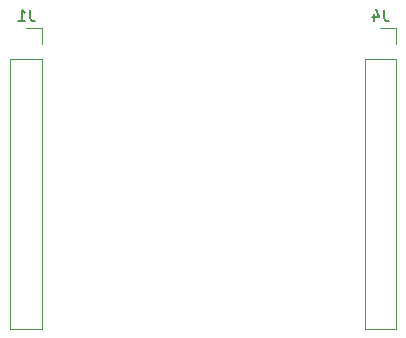
<source format=gbr>
%TF.GenerationSoftware,KiCad,Pcbnew,8.0.5*%
%TF.CreationDate,2025-01-29T19:48:31-05:00*%
%TF.ProjectId,Power_Supplies_DSP,506f7765-725f-4537-9570-706c6965735f,rev?*%
%TF.SameCoordinates,Original*%
%TF.FileFunction,Legend,Bot*%
%TF.FilePolarity,Positive*%
%FSLAX46Y46*%
G04 Gerber Fmt 4.6, Leading zero omitted, Abs format (unit mm)*
G04 Created by KiCad (PCBNEW 8.0.5) date 2025-01-29 19:48:31*
%MOMM*%
%LPD*%
G01*
G04 APERTURE LIST*
%ADD10C,0.150000*%
%ADD11C,0.120000*%
G04 APERTURE END LIST*
D10*
X181508333Y-138894819D02*
X181508333Y-139609104D01*
X181508333Y-139609104D02*
X181555952Y-139751961D01*
X181555952Y-139751961D02*
X181651190Y-139847200D01*
X181651190Y-139847200D02*
X181794047Y-139894819D01*
X181794047Y-139894819D02*
X181889285Y-139894819D01*
X180603571Y-139228152D02*
X180603571Y-139894819D01*
X180841666Y-138847200D02*
X181079761Y-139561485D01*
X181079761Y-139561485D02*
X180460714Y-139561485D01*
X151508333Y-138894819D02*
X151508333Y-139609104D01*
X151508333Y-139609104D02*
X151555952Y-139751961D01*
X151555952Y-139751961D02*
X151651190Y-139847200D01*
X151651190Y-139847200D02*
X151794047Y-139894819D01*
X151794047Y-139894819D02*
X151889285Y-139894819D01*
X150508333Y-139894819D02*
X151079761Y-139894819D01*
X150794047Y-139894819D02*
X150794047Y-138894819D01*
X150794047Y-138894819D02*
X150889285Y-139037676D01*
X150889285Y-139037676D02*
X150984523Y-139132914D01*
X150984523Y-139132914D02*
X151079761Y-139180533D01*
D11*
%TO.C,J4*%
X179845000Y-143040000D02*
X182505000Y-143040000D01*
X179845000Y-165960000D02*
X179845000Y-143040000D01*
X179845000Y-165960000D02*
X182505000Y-165960000D01*
X181175000Y-140440000D02*
X182505000Y-140440000D01*
X182505000Y-140440000D02*
X182505000Y-141770000D01*
X182505000Y-165960000D02*
X182505000Y-143040000D01*
%TO.C,J1*%
X149845000Y-143040000D02*
X152505000Y-143040000D01*
X149845000Y-165960000D02*
X149845000Y-143040000D01*
X149845000Y-165960000D02*
X152505000Y-165960000D01*
X151175000Y-140440000D02*
X152505000Y-140440000D01*
X152505000Y-140440000D02*
X152505000Y-141770000D01*
X152505000Y-165960000D02*
X152505000Y-143040000D01*
%TD*%
M02*

</source>
